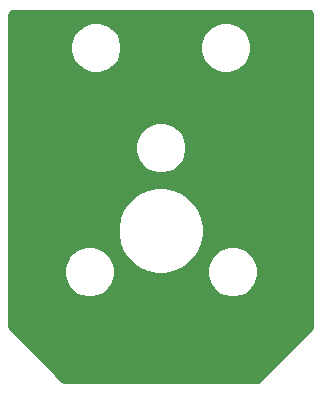
<source format=gtl>
G04 #@! TF.GenerationSoftware,KiCad,Pcbnew,5.1.9+dfsg1-1+deb11u1*
G04 #@! TF.CreationDate,2023-07-28T22:11:21+09:00*
G04 #@! TF.ProjectId,z-arm-rf,7a2d6172-6d2d-4726-962e-6b696361645f,rev?*
G04 #@! TF.SameCoordinates,Original*
G04 #@! TF.FileFunction,Copper,L1,Top*
G04 #@! TF.FilePolarity,Positive*
%FSLAX46Y46*%
G04 Gerber Fmt 4.6, Leading zero omitted, Abs format (unit mm)*
G04 Created by KiCad (PCBNEW 5.1.9+dfsg1-1+deb11u1) date 2023-07-28 22:11:21*
%MOMM*%
%LPD*%
G01*
G04 APERTURE LIST*
G04 #@! TA.AperFunction,NonConductor*
%ADD10C,0.254000*%
G04 #@! TD*
G04 #@! TA.AperFunction,NonConductor*
%ADD11C,0.100000*%
G04 #@! TD*
G04 APERTURE END LIST*
D10*
X157627624Y-84919580D02*
X157690556Y-84938580D01*
X157748605Y-84969445D01*
X157799543Y-85010989D01*
X157841448Y-85061644D01*
X157872715Y-85119471D01*
X157892156Y-85182272D01*
X157902200Y-85277835D01*
X157902201Y-111553510D01*
X157892620Y-111651223D01*
X157873618Y-111714160D01*
X157842756Y-111772203D01*
X157781413Y-111847417D01*
X153411166Y-116217654D01*
X153335382Y-116279904D01*
X153277446Y-116310970D01*
X153214578Y-116330190D01*
X153117999Y-116340000D01*
X137008689Y-116340000D01*
X136910976Y-116330419D01*
X136848042Y-116311418D01*
X136789998Y-116280555D01*
X136714834Y-116219253D01*
X132344541Y-111848960D01*
X132282296Y-111773182D01*
X132251230Y-111715246D01*
X132232010Y-111652378D01*
X132222200Y-111555799D01*
X132222200Y-106786323D01*
X136830497Y-106786323D01*
X136830497Y-107213677D01*
X136913870Y-107632821D01*
X137077412Y-108027645D01*
X137314837Y-108382977D01*
X137617023Y-108685163D01*
X137972355Y-108922588D01*
X138367179Y-109086130D01*
X138786323Y-109169503D01*
X139213677Y-109169503D01*
X139632821Y-109086130D01*
X140027645Y-108922588D01*
X140382977Y-108685163D01*
X140685163Y-108382977D01*
X140922588Y-108027645D01*
X141086130Y-107632821D01*
X141169503Y-107213677D01*
X141169503Y-106786323D01*
X141086130Y-106367179D01*
X140922588Y-105972355D01*
X140685163Y-105617023D01*
X140382977Y-105314837D01*
X140027645Y-105077412D01*
X139632821Y-104913870D01*
X139213677Y-104830497D01*
X138786323Y-104830497D01*
X138367179Y-104913870D01*
X137972355Y-105077412D01*
X137617023Y-105314837D01*
X137314837Y-105617023D01*
X137077412Y-105972355D01*
X136913870Y-106367179D01*
X136830497Y-106786323D01*
X132222200Y-106786323D01*
X132222200Y-103139297D01*
X141399920Y-103139297D01*
X141399920Y-103860703D01*
X141540660Y-104568248D01*
X141816730Y-105234740D01*
X142217522Y-105834567D01*
X142727633Y-106344678D01*
X143327460Y-106745470D01*
X143993952Y-107021540D01*
X144701497Y-107162280D01*
X145422903Y-107162280D01*
X146130448Y-107021540D01*
X146698312Y-106786323D01*
X148954897Y-106786323D01*
X148954897Y-107213677D01*
X149038270Y-107632821D01*
X149201812Y-108027645D01*
X149439237Y-108382977D01*
X149741423Y-108685163D01*
X150096755Y-108922588D01*
X150491579Y-109086130D01*
X150910723Y-109169503D01*
X151338077Y-109169503D01*
X151757221Y-109086130D01*
X152152045Y-108922588D01*
X152507377Y-108685163D01*
X152809563Y-108382977D01*
X153046988Y-108027645D01*
X153210530Y-107632821D01*
X153293903Y-107213677D01*
X153293903Y-106786323D01*
X153210530Y-106367179D01*
X153046988Y-105972355D01*
X152809563Y-105617023D01*
X152507377Y-105314837D01*
X152152045Y-105077412D01*
X151757221Y-104913870D01*
X151338077Y-104830497D01*
X150910723Y-104830497D01*
X150491579Y-104913870D01*
X150096755Y-105077412D01*
X149741423Y-105314837D01*
X149439237Y-105617023D01*
X149201812Y-105972355D01*
X149038270Y-106367179D01*
X148954897Y-106786323D01*
X146698312Y-106786323D01*
X146796940Y-106745470D01*
X147396767Y-106344678D01*
X147906878Y-105834567D01*
X148307670Y-105234740D01*
X148583740Y-104568248D01*
X148724480Y-103860703D01*
X148724480Y-103139297D01*
X148583740Y-102431752D01*
X148307670Y-101765260D01*
X147906878Y-101165433D01*
X147396767Y-100655322D01*
X146796940Y-100254530D01*
X146130448Y-99978460D01*
X145422903Y-99837720D01*
X144701497Y-99837720D01*
X143993952Y-99978460D01*
X143327460Y-100254530D01*
X142727633Y-100655322D01*
X142217522Y-101165433D01*
X141816730Y-101765260D01*
X141540660Y-102431752D01*
X141399920Y-103139297D01*
X132222200Y-103139297D01*
X132222200Y-96286323D01*
X142892697Y-96286323D01*
X142892697Y-96713677D01*
X142976070Y-97132821D01*
X143139612Y-97527645D01*
X143377037Y-97882977D01*
X143679223Y-98185163D01*
X144034555Y-98422588D01*
X144429379Y-98586130D01*
X144848523Y-98669503D01*
X145275877Y-98669503D01*
X145695021Y-98586130D01*
X146089845Y-98422588D01*
X146445177Y-98185163D01*
X146747363Y-97882977D01*
X146984788Y-97527645D01*
X147148330Y-97132821D01*
X147231703Y-96713677D01*
X147231703Y-96286323D01*
X147148330Y-95867179D01*
X146984788Y-95472355D01*
X146747363Y-95117023D01*
X146445177Y-94814837D01*
X146089845Y-94577412D01*
X145695021Y-94413870D01*
X145275877Y-94330497D01*
X144848523Y-94330497D01*
X144429379Y-94413870D01*
X144034555Y-94577412D01*
X143679223Y-94814837D01*
X143377037Y-95117023D01*
X143139612Y-95472355D01*
X142976070Y-95867179D01*
X142892697Y-96286323D01*
X132222200Y-96286323D01*
X132222200Y-87786323D01*
X137392697Y-87786323D01*
X137392697Y-88213677D01*
X137476070Y-88632821D01*
X137639612Y-89027645D01*
X137877037Y-89382977D01*
X138179223Y-89685163D01*
X138534555Y-89922588D01*
X138929379Y-90086130D01*
X139348523Y-90169503D01*
X139775877Y-90169503D01*
X140195021Y-90086130D01*
X140589845Y-89922588D01*
X140945177Y-89685163D01*
X141247363Y-89382977D01*
X141484788Y-89027645D01*
X141648330Y-88632821D01*
X141731703Y-88213677D01*
X141731703Y-87786323D01*
X148392697Y-87786323D01*
X148392697Y-88213677D01*
X148476070Y-88632821D01*
X148639612Y-89027645D01*
X148877037Y-89382977D01*
X149179223Y-89685163D01*
X149534555Y-89922588D01*
X149929379Y-90086130D01*
X150348523Y-90169503D01*
X150775877Y-90169503D01*
X151195021Y-90086130D01*
X151589845Y-89922588D01*
X151945177Y-89685163D01*
X152247363Y-89382977D01*
X152484788Y-89027645D01*
X152648330Y-88632821D01*
X152731703Y-88213677D01*
X152731703Y-87786323D01*
X152648330Y-87367179D01*
X152484788Y-86972355D01*
X152247363Y-86617023D01*
X151945177Y-86314837D01*
X151589845Y-86077412D01*
X151195021Y-85913870D01*
X150775877Y-85830497D01*
X150348523Y-85830497D01*
X149929379Y-85913870D01*
X149534555Y-86077412D01*
X149179223Y-86314837D01*
X148877037Y-86617023D01*
X148639612Y-86972355D01*
X148476070Y-87367179D01*
X148392697Y-87786323D01*
X141731703Y-87786323D01*
X141648330Y-87367179D01*
X141484788Y-86972355D01*
X141247363Y-86617023D01*
X140945177Y-86314837D01*
X140589845Y-86077412D01*
X140195021Y-85913870D01*
X139775877Y-85830497D01*
X139348523Y-85830497D01*
X138929379Y-85913870D01*
X138534555Y-86077412D01*
X138179223Y-86314837D01*
X137877037Y-86617023D01*
X137639612Y-86972355D01*
X137476070Y-87367179D01*
X137392697Y-87786323D01*
X132222200Y-87786323D01*
X132222200Y-85282279D01*
X132231780Y-85184576D01*
X132250780Y-85121644D01*
X132281645Y-85063595D01*
X132323189Y-85012657D01*
X132373844Y-84970752D01*
X132431671Y-84939485D01*
X132494472Y-84920044D01*
X132590035Y-84910000D01*
X157529921Y-84910000D01*
X157627624Y-84919580D01*
G04 #@! TA.AperFunction,NonConductor*
D11*
G36*
X157627624Y-84919580D02*
G01*
X157690556Y-84938580D01*
X157748605Y-84969445D01*
X157799543Y-85010989D01*
X157841448Y-85061644D01*
X157872715Y-85119471D01*
X157892156Y-85182272D01*
X157902200Y-85277835D01*
X157902201Y-111553510D01*
X157892620Y-111651223D01*
X157873618Y-111714160D01*
X157842756Y-111772203D01*
X157781413Y-111847417D01*
X153411166Y-116217654D01*
X153335382Y-116279904D01*
X153277446Y-116310970D01*
X153214578Y-116330190D01*
X153117999Y-116340000D01*
X137008689Y-116340000D01*
X136910976Y-116330419D01*
X136848042Y-116311418D01*
X136789998Y-116280555D01*
X136714834Y-116219253D01*
X132344541Y-111848960D01*
X132282296Y-111773182D01*
X132251230Y-111715246D01*
X132232010Y-111652378D01*
X132222200Y-111555799D01*
X132222200Y-106786323D01*
X136830497Y-106786323D01*
X136830497Y-107213677D01*
X136913870Y-107632821D01*
X137077412Y-108027645D01*
X137314837Y-108382977D01*
X137617023Y-108685163D01*
X137972355Y-108922588D01*
X138367179Y-109086130D01*
X138786323Y-109169503D01*
X139213677Y-109169503D01*
X139632821Y-109086130D01*
X140027645Y-108922588D01*
X140382977Y-108685163D01*
X140685163Y-108382977D01*
X140922588Y-108027645D01*
X141086130Y-107632821D01*
X141169503Y-107213677D01*
X141169503Y-106786323D01*
X141086130Y-106367179D01*
X140922588Y-105972355D01*
X140685163Y-105617023D01*
X140382977Y-105314837D01*
X140027645Y-105077412D01*
X139632821Y-104913870D01*
X139213677Y-104830497D01*
X138786323Y-104830497D01*
X138367179Y-104913870D01*
X137972355Y-105077412D01*
X137617023Y-105314837D01*
X137314837Y-105617023D01*
X137077412Y-105972355D01*
X136913870Y-106367179D01*
X136830497Y-106786323D01*
X132222200Y-106786323D01*
X132222200Y-103139297D01*
X141399920Y-103139297D01*
X141399920Y-103860703D01*
X141540660Y-104568248D01*
X141816730Y-105234740D01*
X142217522Y-105834567D01*
X142727633Y-106344678D01*
X143327460Y-106745470D01*
X143993952Y-107021540D01*
X144701497Y-107162280D01*
X145422903Y-107162280D01*
X146130448Y-107021540D01*
X146698312Y-106786323D01*
X148954897Y-106786323D01*
X148954897Y-107213677D01*
X149038270Y-107632821D01*
X149201812Y-108027645D01*
X149439237Y-108382977D01*
X149741423Y-108685163D01*
X150096755Y-108922588D01*
X150491579Y-109086130D01*
X150910723Y-109169503D01*
X151338077Y-109169503D01*
X151757221Y-109086130D01*
X152152045Y-108922588D01*
X152507377Y-108685163D01*
X152809563Y-108382977D01*
X153046988Y-108027645D01*
X153210530Y-107632821D01*
X153293903Y-107213677D01*
X153293903Y-106786323D01*
X153210530Y-106367179D01*
X153046988Y-105972355D01*
X152809563Y-105617023D01*
X152507377Y-105314837D01*
X152152045Y-105077412D01*
X151757221Y-104913870D01*
X151338077Y-104830497D01*
X150910723Y-104830497D01*
X150491579Y-104913870D01*
X150096755Y-105077412D01*
X149741423Y-105314837D01*
X149439237Y-105617023D01*
X149201812Y-105972355D01*
X149038270Y-106367179D01*
X148954897Y-106786323D01*
X146698312Y-106786323D01*
X146796940Y-106745470D01*
X147396767Y-106344678D01*
X147906878Y-105834567D01*
X148307670Y-105234740D01*
X148583740Y-104568248D01*
X148724480Y-103860703D01*
X148724480Y-103139297D01*
X148583740Y-102431752D01*
X148307670Y-101765260D01*
X147906878Y-101165433D01*
X147396767Y-100655322D01*
X146796940Y-100254530D01*
X146130448Y-99978460D01*
X145422903Y-99837720D01*
X144701497Y-99837720D01*
X143993952Y-99978460D01*
X143327460Y-100254530D01*
X142727633Y-100655322D01*
X142217522Y-101165433D01*
X141816730Y-101765260D01*
X141540660Y-102431752D01*
X141399920Y-103139297D01*
X132222200Y-103139297D01*
X132222200Y-96286323D01*
X142892697Y-96286323D01*
X142892697Y-96713677D01*
X142976070Y-97132821D01*
X143139612Y-97527645D01*
X143377037Y-97882977D01*
X143679223Y-98185163D01*
X144034555Y-98422588D01*
X144429379Y-98586130D01*
X144848523Y-98669503D01*
X145275877Y-98669503D01*
X145695021Y-98586130D01*
X146089845Y-98422588D01*
X146445177Y-98185163D01*
X146747363Y-97882977D01*
X146984788Y-97527645D01*
X147148330Y-97132821D01*
X147231703Y-96713677D01*
X147231703Y-96286323D01*
X147148330Y-95867179D01*
X146984788Y-95472355D01*
X146747363Y-95117023D01*
X146445177Y-94814837D01*
X146089845Y-94577412D01*
X145695021Y-94413870D01*
X145275877Y-94330497D01*
X144848523Y-94330497D01*
X144429379Y-94413870D01*
X144034555Y-94577412D01*
X143679223Y-94814837D01*
X143377037Y-95117023D01*
X143139612Y-95472355D01*
X142976070Y-95867179D01*
X142892697Y-96286323D01*
X132222200Y-96286323D01*
X132222200Y-87786323D01*
X137392697Y-87786323D01*
X137392697Y-88213677D01*
X137476070Y-88632821D01*
X137639612Y-89027645D01*
X137877037Y-89382977D01*
X138179223Y-89685163D01*
X138534555Y-89922588D01*
X138929379Y-90086130D01*
X139348523Y-90169503D01*
X139775877Y-90169503D01*
X140195021Y-90086130D01*
X140589845Y-89922588D01*
X140945177Y-89685163D01*
X141247363Y-89382977D01*
X141484788Y-89027645D01*
X141648330Y-88632821D01*
X141731703Y-88213677D01*
X141731703Y-87786323D01*
X148392697Y-87786323D01*
X148392697Y-88213677D01*
X148476070Y-88632821D01*
X148639612Y-89027645D01*
X148877037Y-89382977D01*
X149179223Y-89685163D01*
X149534555Y-89922588D01*
X149929379Y-90086130D01*
X150348523Y-90169503D01*
X150775877Y-90169503D01*
X151195021Y-90086130D01*
X151589845Y-89922588D01*
X151945177Y-89685163D01*
X152247363Y-89382977D01*
X152484788Y-89027645D01*
X152648330Y-88632821D01*
X152731703Y-88213677D01*
X152731703Y-87786323D01*
X152648330Y-87367179D01*
X152484788Y-86972355D01*
X152247363Y-86617023D01*
X151945177Y-86314837D01*
X151589845Y-86077412D01*
X151195021Y-85913870D01*
X150775877Y-85830497D01*
X150348523Y-85830497D01*
X149929379Y-85913870D01*
X149534555Y-86077412D01*
X149179223Y-86314837D01*
X148877037Y-86617023D01*
X148639612Y-86972355D01*
X148476070Y-87367179D01*
X148392697Y-87786323D01*
X141731703Y-87786323D01*
X141648330Y-87367179D01*
X141484788Y-86972355D01*
X141247363Y-86617023D01*
X140945177Y-86314837D01*
X140589845Y-86077412D01*
X140195021Y-85913870D01*
X139775877Y-85830497D01*
X139348523Y-85830497D01*
X138929379Y-85913870D01*
X138534555Y-86077412D01*
X138179223Y-86314837D01*
X137877037Y-86617023D01*
X137639612Y-86972355D01*
X137476070Y-87367179D01*
X137392697Y-87786323D01*
X132222200Y-87786323D01*
X132222200Y-85282279D01*
X132231780Y-85184576D01*
X132250780Y-85121644D01*
X132281645Y-85063595D01*
X132323189Y-85012657D01*
X132373844Y-84970752D01*
X132431671Y-84939485D01*
X132494472Y-84920044D01*
X132590035Y-84910000D01*
X157529921Y-84910000D01*
X157627624Y-84919580D01*
G37*
G04 #@! TD.AperFunction*
M02*

</source>
